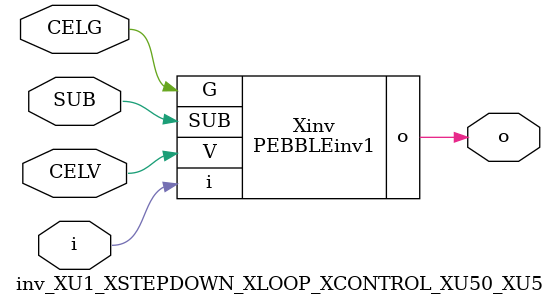
<source format=v>



module PEBBLEinv1 ( o, G, SUB, V, i );

  input V;
  input i;
  input G;
  output o;
  input SUB;
endmodule

//Celera Confidential Do Not Copy inv_XU1_XSTEPDOWN_XLOOP_XCONTROL_XU50_XU5
//Celera Confidential Symbol Generator
//5V Inverter
module inv_XU1_XSTEPDOWN_XLOOP_XCONTROL_XU50_XU5 (CELV,CELG,i,o,SUB);
input CELV;
input CELG;
input i;
input SUB;
output o;

//Celera Confidential Do Not Copy inv
PEBBLEinv1 Xinv(
.V (CELV),
.i (i),
.o (o),
.SUB (SUB),
.G (CELG)
);
//,diesize,PEBBLEinv1

//Celera Confidential Do Not Copy Module End
//Celera Schematic Generator
endmodule

</source>
